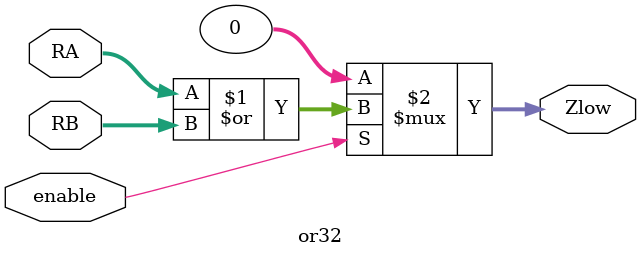
<source format=v>
module or32 (
    input wire [31:0] RA,     // First operand
    input wire [31:0] RB,     // Second operand
    input wire enable,        // Enable signal
    output wire [31:0] Zlow   // Lower 32 bits output for OR result
);
    // Perform bitwise OR operation and pass the result to Zlow
    assign Zlow = enable ? (RA | RB) : 32'b0;

endmodule

</source>
